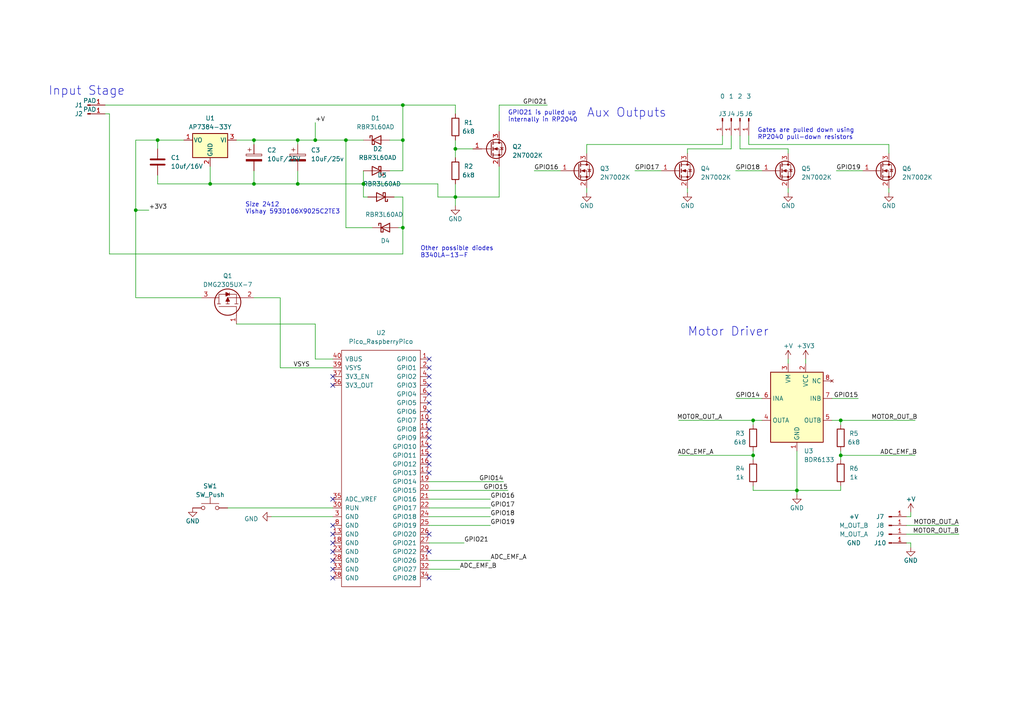
<source format=kicad_sch>
(kicad_sch (version 20230121) (generator eeschema)
  (paper "A4")
  (title_block (title "DCC Decoder 4 - modified PCB") (date "2025-01-20") (rev "4.0"))
  (lib_symbols
    (symbol "Connector:Conn_01x01_Male" (pin_names (offset 1.016) hide)
      (property "Reference" "J" (at 0 2.54 0))
      (property "Value" "Conn_01x01_Male" (at 0 -2.54 0))
      (symbol "Conn_01x01_Male_1_1"
        (polyline (pts (xy 1.27 0) (xy 0.8636 0)) (stroke (width 0.1524)))
        (rectangle (start 0.8636 0.127) (end 0 -0.127) (stroke (width 0.1524)) (fill (type outline)))
        (pin passive line (at 5.08 0 180) (length 3.81) (name "Pin_1") (number "1"))
      )
    )
    (symbol "Connector:Conn_01x01_Pin" (pin_names (offset 1.016) hide)
      (property "Reference" "J" (at 0 2.54 0))
      (property "Value" "Conn_01x01_Pin" (at 0 -2.54 0))
      (symbol "Conn_01x01_Pin_1_1"
        (polyline (pts (xy 1.27 0) (xy 0.8636 0)) (stroke (width 0.1524)))
        (rectangle (start 0.8636 0.127) (end 0 -0.127) (stroke (width 0.1524)) (fill (type outline)))
        (pin passive line (at 5.08 0 180) (length 3.81) (name "Pin_1") (number "1"))
      )
    )
    (symbol "DMG2305UX-7:DMG2305UX-7" (pin_names (offset 0.762))
      (property "Reference" "Q" (at 11.43 3.81 0))
      (property "Value" "DMG2305UX-7" (at 11.43 1.27 0))
      (symbol "DMG2305UX-7_0_0"
        (pin passive line (at 0 0 0) (length 2.54) (name "~") (number "1"))
        (pin passive line (at 7.62 -5.08 90) (length 2.54) (name "~") (number "2"))
        (pin passive line (at 7.62 10.16 270) (length 2.54) (name "~") (number "3"))
      )
      (symbol "DMG2305UX-7_0_1"
        (polyline (pts (xy 5.842 -0.508) (xy 5.842 0.508)) (stroke (width 0.1524)))
        (polyline (pts (xy 5.842 0) (xy 7.62 0)) (stroke (width 0.1524)))
        (polyline (pts (xy 5.842 2.032) (xy 5.842 3.048)) (stroke (width 0.1524)))
        (polyline (pts (xy 5.842 5.588) (xy 5.842 4.572)) (stroke (width 0.1524)))
        (polyline (pts (xy 7.62 2.54) (xy 5.842 2.54)) (stroke (width 0.1524)))
        (polyline (pts (xy 7.62 2.54) (xy 7.62 -2.54)) (stroke (width 0.1524)))
        (polyline (pts (xy 7.62 5.08) (xy 5.842 5.08)) (stroke (width 0.1524)))
        (polyline (pts (xy 7.62 5.08) (xy 7.62 7.62)) (stroke (width 0.1524)))
        (polyline (pts (xy 8.128 2.032) (xy 9.144 2.032)) (stroke (width 0.1524)))
        (polyline (pts (xy 2.54 0) (xy 5.08 0) (xy 5.08 5.08)) (stroke (width 0.1524)))
        (polyline (pts (xy 8.636 2.032) (xy 8.636 0) (xy 7.62 0)) (stroke (width 0.1524)))
        (polyline (pts (xy 8.636 3.048) (xy 8.636 5.08) (xy 7.62 5.08)) (stroke (width 0.1524)))
        (polyline (pts (xy 7.62 2.54) (xy 6.604 3.048) (xy 6.604 2.032) (xy 7.62 2.54)) (stroke (width 0.254)) (fill (type outline)))
        (polyline (pts (xy 8.636 2.032) (xy 8.128 3.048) (xy 9.144 3.048) (xy 8.636 2.032)) (stroke (width 0.254)) (fill (type outline)))
        (circle (center 6.35 2.54) (radius 3.81) (stroke (width 0.254)))
      )
    )
    (symbol "Device:C" (pin_numbers hide) (pin_names (offset 0.254))
      (property "Reference" "C" (at 0.635 2.54 0))
      (property "Value" "C" (at 0.635 -2.54 0))
      (symbol "C_0_1"
        (polyline (pts (xy -2.032 -0.762) (xy 2.032 -0.762)) (stroke (width 0.508)))
        (polyline (pts (xy -2.032 0.762) (xy 2.032 0.762)) (stroke (width 0.508)))
      )
      (symbol "C_1_1"
        (pin passive line (at 0 3.81 270) (length 2.794) (name "~") (number "1"))
        (pin passive line (at 0 -3.81 90) (length 2.794) (name "~") (number "2"))
      )
    )
    (symbol "Device:C_Polarized" (pin_numbers hide) (pin_names (offset 0.254))
      (property "Reference" "C" (at 0.635 2.54 0))
      (property "Value" "C_Polarized" (at 0.635 -2.54 0))
      (symbol "C_Polarized_0_1"
        (rectangle (start -2.286 0.508) (end 2.286 1.016))
        (polyline (pts (xy -1.778 2.286) (xy -0.762 2.286)))
        (polyline (pts (xy -1.27 2.794) (xy -1.27 1.778)))
        (rectangle (start 2.286 -0.508) (end -2.286 -1.016) (fill (type outline)))
      )
      (symbol "C_Polarized_1_1"
        (pin passive line (at 0 3.81 270) (length 2.794) (name "~") (number "1"))
        (pin passive line (at 0 -3.81 90) (length 2.794) (name "~") (number "2"))
      )
    )
    (symbol "Device:D_Schottky" (pin_numbers hide) (pin_names (offset 1.016) hide)
      (property "Reference" "D" (at 0 2.54 0))
      (property "Value" "D_Schottky" (at 0 -2.54 0))
      (symbol "D_Schottky_0_1"
        (polyline (pts (xy 1.27 0) (xy -1.27 0)))
        (polyline (pts (xy 1.27 1.27) (xy 1.27 -1.27) (xy -1.27 0) (xy 1.27 1.27)) (stroke (width 0.254)))
        (polyline (pts (xy -1.905 0.635) (xy -1.905 1.27) (xy -1.27 1.27) (xy -1.27 -1.27) (xy -0.635 -1.27) (xy -0.635 -0.635)) (stroke (width 0.254)))
      )
      (symbol "D_Schottky_1_1"
        (pin passive line (at -3.81 0 0) (length 2.54) (name "K") (number "1"))
        (pin passive line (at 3.81 0 180) (length 2.54) (name "A") (number "2"))
      )
    )
    (symbol "Device:R" (pin_numbers hide) (pin_names (offset 0))
      (property "Reference" "R" (at 2.032 0 90))
      (property "Value" "R" (at 0 0 90))
      (symbol "R_0_1"
        (rectangle (start -1.016 -2.54) (end 1.016 2.54) (stroke (width 0.254)))
      )
      (symbol "R_1_1"
        (pin passive line (at 0 3.81 270) (length 1.27) (name "~") (number "1"))
        (pin passive line (at 0 -3.81 90) (length 1.27) (name "~") (number "2"))
      )
    )
    (symbol "GND_1" (power) (pin_names (offset 0))
      (property "Value" "GND_1" (at 0 -3.81 0))
      (symbol "GND_1_0_1"
        (polyline (pts (xy 0 0) (xy 0 -1.27) (xy 1.27 -1.27) (xy 0 -2.54) (xy -1.27 -1.27) (xy 0 -1.27)))
      )
      (symbol "GND_1_1_1"
        (pin power_in line (at 0 0 270) (length 0) hide (name "GND") (number "1"))
      )
    )
    (symbol "PicoNoSwd:RaspberryPico-Pico" (pin_names (offset 1.016))
      (property "Reference" "U" (at -21.59 3.81 0))
      (property "Value" "Pico_RaspberryPico" (at -15.24 -67.31 0))
      (symbol "RaspberryPico-Pico_0_1"
        (rectangle (start -22.86 2.54) (end 0 -66.04))
      )
      (symbol "RaspberryPico-Pico_1_1"
        (pin bidirectional line (at 2.54 0 180) (length 2.54) (name "GPIO0") (number "1"))
        (pin bidirectional line (at 2.54 -17.78 180) (length 2.54) (name "GPIO7") (number "10"))
        (pin bidirectional line (at 2.54 -20.32 180) (length 2.54) (name "GPIO8") (number "11"))
        (pin bidirectional line (at 2.54 -22.86 180) (length 2.54) (name "GPIO9") (number "12"))
        (pin power_in line (at -25.4 -50.8 0) (length 2.54) (name "GND") (number "13"))
        (pin bidirectional line (at 2.54 -25.4 180) (length 2.54) (name "GPIO10") (number "14"))
        (pin bidirectional line (at 2.54 -27.94 180) (length 2.54) (name "GPIO11") (number "15"))
        (pin bidirectional line (at 2.54 -30.48 180) (length 2.54) (name "GPIO12") (number "16"))
        (pin bidirectional line (at 2.54 -33.02 180) (length 2.54) (name "GPIO13") (number "17"))
        (pin power_in line (at -25.4 -53.34 0) (length 2.54) (name "GND") (number "18"))
        (pin bidirectional line (at 2.54 -35.56 180) (length 2.54) (name "GPIO14") (number "19"))
        (pin bidirectional line (at 2.54 -2.54 180) (length 2.54) (name "GPIO1") (number "2"))
        (pin bidirectional line (at 2.54 -38.1 180) (length 2.54) (name "GPIO15") (number "20"))
        (pin bidirectional line (at 2.54 -40.64 180) (length 2.54) (name "GPIO16") (number "21"))
        (pin bidirectional line (at 2.54 -43.18 180) (length 2.54) (name "GPIO17") (number "22"))
        (pin power_in line (at -25.4 -55.88 0) (length 2.54) (name "GND") (number "23"))
        (pin bidirectional line (at 2.54 -45.72 180) (length 2.54) (name "GPIO18") (number "24"))
        (pin bidirectional line (at 2.54 -48.26 180) (length 2.54) (name "GPIO19") (number "25"))
        (pin bidirectional line (at 2.54 -50.8 180) (length 2.54) (name "GPIO20") (number "26"))
        (pin bidirectional line (at 2.54 -53.34 180) (length 2.54) (name "GPIO21") (number "27"))
        (pin power_in line (at -25.4 -58.42 0) (length 2.54) (name "GND") (number "28"))
        (pin bidirectional line (at 2.54 -55.88 180) (length 2.54) (name "GPIO22") (number "29"))
        (pin power_in line (at -25.4 -45.72 0) (length 2.54) (name "GND") (number "3"))
        (pin input line (at -25.4 -43.18 0) (length 2.54) (name "RUN") (number "30"))
        (pin bidirectional line (at 2.54 -58.42 180) (length 2.54) (name "GPIO26") (number "31"))
        (pin bidirectional line (at 2.54 -60.96 180) (length 2.54) (name "GPIO27") (number "32"))
        (pin power_in line (at -25.4 -60.96 0) (length 2.54) (name "GND") (number "33"))
        (pin bidirectional line (at 2.54 -63.5 180) (length 2.54) (name "GPIO28") (number "34"))
        (pin input line (at -25.4 -40.64 0) (length 2.54) (name "ADC_VREF") (number "35"))
        (pin power_out line (at -25.4 -7.62 0) (length 2.54) (name "3V3_OUT") (number "36"))
        (pin input line (at -25.4 -5.08 0) (length 2.54) (name "3V3_EN") (number "37"))
        (pin power_in line (at -25.4 -63.5 0) (length 2.54) (name "GND") (number "38"))
        (pin power_in line (at -25.4 -2.54 0) (length 2.54) (name "VSYS") (number "39"))
        (pin bidirectional line (at 2.54 -5.08 180) (length 2.54) (name "GPIO2") (number "4"))
        (pin power_in line (at -25.4 0 0) (length 2.54) (name "VBUS") (number "40"))
        (pin bidirectional line (at 2.54 -7.62 180) (length 2.54) (name "GPIO3") (number "5"))
        (pin bidirectional line (at 2.54 -10.16 180) (length 2.54) (name "GPIO4") (number "6"))
        (pin bidirectional line (at 2.54 -12.7 180) (length 2.54) (name "GPIO5") (number "7"))
        (pin power_in line (at -25.4 -48.26 0) (length 2.54) (name "GND") (number "8"))
        (pin bidirectional line (at 2.54 -15.24 180) (length 2.54) (name "GPIO6") (number "9"))
      )
    )
    (symbol "RP2040-Decoder_Additional_Symbols:+V" (power) (pin_names (offset 0))
      (property "Value" "+V" (at 0 3.556 0))
      (symbol "+V_0_1"
        (polyline (pts (xy -0.762 1.27) (xy 0 2.54)))
        (polyline (pts (xy 0 0) (xy 0 2.54)))
        (polyline (pts (xy 0 2.54) (xy 0.762 1.27)))
      )
      (symbol "+V_1_1"
        (pin power_in line (at 0 0 90) (length 0) hide (name "+V") (number "1"))
      )
    )
    (symbol "RP2040-Decoder_Additional_Symbols:BDR6133"
      (property "Reference" "U" (at 6.35 11.43 0))
      (property "Value" "BDR6133" (at -10.16 11.43 0))
      (symbol "BDR6133_0_1"
        (rectangle (start -7.62 10.16) (end 7.62 -10.16) (stroke (width 0.254)) (fill (type background)))
      )
      (symbol "BDR6133_1_1"
        (pin power_in line (at 0 -12.7 90) (length 2.54) (name "GND") (number "1"))
        (pin power_in line (at 2.54 12.7 270) (length 2.54) (name "VCC") (number "2"))
        (pin power_in line (at -2.54 12.7 270) (length 2.54) (name "VM") (number "3"))
        (pin output line (at -10.16 -3.81 0) (length 2.54) (name "OUTA") (number "4"))
        (pin output line (at 10.16 -3.81 180) (length 2.54) (name "OUTB") (number "5"))
        (pin input line (at -10.16 2.54 0) (length 2.54) (name "INA") (number "6"))
        (pin input line (at 10.16 2.54 180) (length 2.54) (name "INB") (number "7"))
        (pin no_connect line (at 10.16 7.62 180) (length 2.54) (name "NC") (number "8"))
        (pin passive line (at 0 -12.7 90) (length 2.54) hide (name "GND") (number "9"))
      )
    )
    (symbol "Regulator_Linear:AP7384-33Y" (pin_names (offset 0.254))
      (property "Reference" "U" (at -3.81 3.175 0))
      (property "Value" "AP7384-33Y" (at 0 3.175 0))
      (symbol "AP7384-33Y_0_1"
        (rectangle (start -5.08 1.905) (end 5.08 -5.08) (stroke (width 0.254)) (fill (type background)))
      )
      (symbol "AP7384-33Y_1_1"
        (pin power_out line (at 7.62 0 180) (length 2.54) (name "VO") (number "1"))
        (pin power_in line (at 0 -7.62 90) (length 2.54) (name "GND") (number "2"))
        (pin power_in line (at -7.62 0 0) (length 2.54) (name "VI") (number "3"))
      )
    )
    (symbol "Switch:SW_Push" (pin_numbers hide) (pin_names (offset 1.016) hide)
      (property "Reference" "SW" (at 1.27 2.54 0))
      (property "Value" "SW_Push" (at 0 -1.524 0))
      (symbol "SW_Push_0_1"
        (circle (center -2.032 0) (radius 0.508))
        (polyline (pts (xy 0 1.27) (xy 0 3.048)))
        (polyline (pts (xy 2.54 1.27) (xy -2.54 1.27)))
        (circle (center 2.032 0) (radius 0.508))
        (pin passive line (at -5.08 0 0) (length 2.54) (name "1") (number "1"))
        (pin passive line (at 5.08 0 180) (length 2.54) (name "2") (number "2"))
      )
    )
    (symbol "Transistor_FET:2N7002K" (pin_names hide)
      (property "Reference" "Q" (at 5.08 1.905 0))
      (property "Value" "2N7002K" (at 5.08 0 0))
      (symbol "2N7002K_0_1"
        (polyline (pts (xy 0.254 0) (xy -2.54 0)))
        (polyline (pts (xy 0.254 1.905) (xy 0.254 -1.905)) (stroke (width 0.254)))
        (polyline (pts (xy 0.762 -1.27) (xy 0.762 -2.286)) (stroke (width 0.254)))
        (polyline (pts (xy 0.762 0.508) (xy 0.762 -0.508)) (stroke (width 0.254)))
        (polyline (pts (xy 0.762 2.286) (xy 0.762 1.27)) (stroke (width 0.254)))
        (polyline (pts (xy 2.54 2.54) (xy 2.54 1.778)))
        (polyline (pts (xy 2.54 -2.54) (xy 2.54 0) (xy 0.762 0)))
        (polyline (pts (xy 0.762 -1.778) (xy 3.302 -1.778) (xy 3.302 1.778) (xy 0.762 1.778)))
        (polyline (pts (xy 1.016 0) (xy 2.032 0.381) (xy 2.032 -0.381) (xy 1.016 0)) (fill (type outline)))
        (polyline (pts (xy 2.794 0.508) (xy 2.921 0.381) (xy 3.683 0.381) (xy 3.81 0.254)))
        (polyline (pts (xy 3.302 0.381) (xy 2.921 -0.254) (xy 3.683 -0.254) (xy 3.302 0.381)))
        (circle (center 1.651 0) (radius 2.794) (stroke (width 0.254)))
        (circle (center 2.54 -1.778) (radius 0.254) (fill (type outline)))
        (circle (center 2.54 1.778) (radius 0.254) (fill (type outline)))
      )
      (symbol "2N7002K_1_1"
        (pin input line (at -5.08 0 0) (length 2.54) (name "G") (number "1"))
        (pin passive line (at 2.54 -5.08 90) (length 2.54) (name "S") (number "2"))
        (pin passive line (at 2.54 5.08 270) (length 2.54) (name "D") (number "3"))
      )
    )
    (symbol "power:+3V3" (power) (pin_names (offset 0))
      (property "Value" "+3V3" (at 0 3.556 0))
      (symbol "+3V3_0_1"
        (polyline (pts (xy -0.762 1.27) (xy 0 2.54)))
        (polyline (pts (xy 0 0) (xy 0 2.54)))
        (polyline (pts (xy 0 2.54) (xy 0.762 1.27)))
      )
      (symbol "+3V3_1_1"
        (pin power_in line (at 0 0 90) (length 0) hide (name "+3V3") (number "1"))
      )
    )
    (symbol "power:GND" (power) (pin_names (offset 0))
      (property "Value" "GND" (at 0 -3.81 0))
      (symbol "GND_0_1"
        (polyline (pts (xy 0 0) (xy 0 -1.27) (xy 1.27 -1.27) (xy 0 -2.54) (xy -1.27 -1.27) (xy 0 -1.27)))
      )
      (symbol "GND_1_1"
        (pin power_in line (at 0 0 270) (length 0) hide (name "GND") (number "1"))
      )
    )
  )
  (junction (at 116.84 66.04))
  (junction (at 86.36 40.64))
  (junction (at 105.41 53.34))
  (junction (at 45.72 40.64))
  (junction (at 218.44 121.92))
  (junction (at 91.44 40.64))
  (junction (at 132.08 57.15))
  (junction (at 86.36 53.34))
  (junction (at 218.44 132.08))
  (junction (at 73.66 53.34))
  (junction (at 116.84 40.64))
  (junction (at 243.84 121.92))
  (junction (at 60.96 53.34))
  (junction (at 116.84 30.48))
  (junction (at 73.66 40.64))
  (junction (at 100.33 40.64))
  (junction (at 132.08 43.18))
  (junction (at 39.37 60.96))
  (junction (at 243.84 132.08))
  (junction (at 231.14 142.24))
  (no_connect (at 96.52 111.76))
  (no_connect (at 96.52 157.48))
  (no_connect (at 124.46 127))
  (no_connect (at 124.46 129.54))
  (no_connect (at 96.52 165.1))
  (no_connect (at 124.46 119.38))
  (no_connect (at 124.46 167.64))
  (no_connect (at 124.46 109.22))
  (no_connect (at 124.46 137.16))
  (no_connect (at 124.46 104.14))
  (no_connect (at 96.52 109.22))
  (no_connect (at 124.46 116.84))
  (no_connect (at 124.46 111.76))
  (no_connect (at 96.52 154.94))
  (no_connect (at 96.52 160.02))
  (no_connect (at 124.46 124.46))
  (no_connect (at 124.46 114.3))
  (no_connect (at 124.46 106.68))
  (no_connect (at 124.46 134.62))
  (no_connect (at 124.46 154.94))
  (no_connect (at 96.52 167.64))
  (no_connect (at 124.46 121.92))
  (no_connect (at 124.46 132.08))
  (no_connect (at 96.52 144.78))
  (no_connect (at 124.46 160.02))
  (no_connect (at 96.52 162.56))
  (no_connect (at 96.52 152.4))
  (wire (pts (xy 86.36 40.64) (xy 91.44 40.64)))
  (wire (pts (xy 214.63 39.37) (xy 214.63 43.18)))
  (wire (pts (xy 100.33 66.04) (xy 107.95 66.04)))
  (wire (pts (xy 60.96 53.34) (xy 73.66 53.34)))
  (wire (pts (xy 86.36 53.34) (xy 105.41 53.34)))
  (wire (pts (xy 199.39 44.45) (xy 199.39 43.18)))
  (wire (pts (xy 116.84 30.48) (xy 116.84 40.64)))
  (wire (pts (xy 213.36 49.53) (xy 220.98 49.53)))
  (wire (pts (xy 196.85 132.08) (xy 218.44 132.08)))
  (wire (pts (xy 264.16 157.48) (xy 264.16 158.75)))
  (wire (pts (xy 243.84 132.08) (xy 243.84 133.35)))
  (wire (pts (xy 45.72 40.64) (xy 45.72 43.18)))
  (wire (pts (xy 233.68 104.14) (xy 233.68 105.41)))
  (wire (pts (xy 132.08 30.48) (xy 132.08 33.02)))
  (wire (pts (xy 218.44 121.92) (xy 220.98 121.92)))
  (wire (pts (xy 116.84 30.48) (xy 132.08 30.48)))
  (wire (pts (xy 154.94 49.53) (xy 162.56 49.53)))
  (wire (pts (xy 68.58 93.98) (xy 91.44 93.98)))
  (wire (pts (xy 144.78 48.26) (xy 144.78 57.15)))
  (wire (pts (xy 91.44 40.64) (xy 100.33 40.64)))
  (wire (pts (xy 127 53.34) (xy 127 57.15)))
  (wire (pts (xy 218.44 132.08) (xy 218.44 130.81)))
  (wire (pts (xy 96.52 147.32) (xy 66.04 147.32)))
  (wire (pts (xy 218.44 140.97) (xy 218.44 142.24)))
  (wire (pts (xy 81.28 86.36) (xy 81.28 106.68)))
  (wire (pts (xy 278.13 154.94) (xy 262.89 154.94)))
  (wire (pts (xy 124.46 157.48) (xy 134.62 157.48)))
  (wire (pts (xy 39.37 40.64) (xy 39.37 60.96)))
  (wire (pts (xy 31.75 73.66) (xy 116.84 73.66)))
  (wire (pts (xy 132.08 57.15) (xy 132.08 59.69)))
  (wire (pts (xy 231.14 130.81) (xy 231.14 142.24)))
  (wire (pts (xy 68.58 40.64) (xy 73.66 40.64)))
  (wire (pts (xy 199.39 54.61) (xy 199.39 55.88)))
  (wire (pts (xy 124.46 144.78) (xy 142.24 144.78)))
  (wire (pts (xy 214.63 43.18) (xy 228.6 43.18)))
  (wire (pts (xy 116.84 66.04) (xy 115.57 66.04)))
  (wire (pts (xy 73.66 49.53) (xy 73.66 53.34)))
  (wire (pts (xy 73.66 40.64) (xy 73.66 41.91)))
  (wire (pts (xy 132.08 43.18) (xy 132.08 45.72)))
  (wire (pts (xy 124.46 142.24) (xy 147.32 142.24)))
  (wire (pts (xy 124.46 149.86) (xy 142.24 149.86)))
  (wire (pts (xy 45.72 53.34) (xy 45.72 50.8)))
  (wire (pts (xy 231.14 142.24) (xy 218.44 142.24)))
  (wire (pts (xy 264.16 149.86) (xy 262.89 149.86)))
  (wire (pts (xy 243.84 123.19) (xy 243.84 121.92)))
  (wire (pts (xy 73.66 86.36) (xy 81.28 86.36)))
  (wire (pts (xy 100.33 40.64) (xy 105.41 40.64)))
  (wire (pts (xy 30.48 30.48) (xy 116.84 30.48)))
  (wire (pts (xy 199.39 43.18) (xy 212.09 43.18)))
  (wire (pts (xy 124.46 165.1) (xy 133.35 165.1)))
  (wire (pts (xy 60.96 53.34) (xy 45.72 53.34)))
  (wire (pts (xy 91.44 104.14) (xy 96.52 104.14)))
  (wire (pts (xy 212.09 39.37) (xy 212.09 43.18)))
  (wire (pts (xy 144.78 30.48) (xy 144.78 38.1)))
  (wire (pts (xy 213.36 115.57) (xy 220.98 115.57)))
  (wire (pts (xy 39.37 60.96) (xy 39.37 86.36)))
  (wire (pts (xy 243.84 121.92) (xy 241.3 121.92)))
  (wire (pts (xy 60.96 48.26) (xy 60.96 53.34)))
  (wire (pts (xy 184.15 49.53) (xy 191.77 49.53)))
  (wire (pts (xy 86.36 49.53) (xy 86.36 53.34)))
  (wire (pts (xy 231.14 142.24) (xy 243.84 142.24)))
  (wire (pts (xy 39.37 40.64) (xy 45.72 40.64)))
  (wire (pts (xy 278.13 152.4) (xy 262.89 152.4)))
  (wire (pts (xy 243.84 140.97) (xy 243.84 142.24)))
  (wire (pts (xy 264.16 148.59) (xy 264.16 149.86)))
  (wire (pts (xy 262.89 157.48) (xy 264.16 157.48)))
  (wire (pts (xy 91.44 35.56) (xy 91.44 40.64)))
  (wire (pts (xy 116.84 57.15) (xy 114.3 57.15)))
  (wire (pts (xy 132.08 40.64) (xy 132.08 43.18)))
  (wire (pts (xy 231.14 142.24) (xy 231.14 143.51)))
  (wire (pts (xy 144.78 30.48) (xy 158.75 30.48)))
  (wire (pts (xy 105.41 49.53) (xy 105.41 53.34)))
  (wire (pts (xy 132.08 43.18) (xy 137.16 43.18)))
  (wire (pts (xy 105.41 53.34) (xy 127 53.34)))
  (wire (pts (xy 228.6 54.61) (xy 228.6 55.88)))
  (wire (pts (xy 217.17 39.37) (xy 217.17 41.91)))
  (wire (pts (xy 218.44 123.19) (xy 218.44 121.92)))
  (wire (pts (xy 116.84 40.64) (xy 113.03 40.64)))
  (wire (pts (xy 132.08 53.34) (xy 132.08 57.15)))
  (wire (pts (xy 218.44 133.35) (xy 218.44 132.08)))
  (wire (pts (xy 124.46 139.7) (xy 146.05 139.7)))
  (wire (pts (xy 257.81 41.91) (xy 257.81 44.45)))
  (wire (pts (xy 243.84 121.92) (xy 265.43 121.92)))
  (wire (pts (xy 170.18 41.91) (xy 170.18 44.45)))
  (wire (pts (xy 39.37 86.36) (xy 58.42 86.36)))
  (wire (pts (xy 243.84 132.08) (xy 243.84 130.81)))
  (wire (pts (xy 45.72 40.64) (xy 53.34 40.64)))
  (wire (pts (xy 91.44 93.98) (xy 91.44 104.14)))
  (wire (pts (xy 217.17 41.91) (xy 257.81 41.91)))
  (wire (pts (xy 243.84 132.08) (xy 265.43 132.08)))
  (wire (pts (xy 105.41 53.34) (xy 105.41 57.15)))
  (wire (pts (xy 116.84 66.04) (xy 116.84 57.15)))
  (wire (pts (xy 31.75 73.66) (xy 31.75 33.02)))
  (wire (pts (xy 127 57.15) (xy 132.08 57.15)))
  (wire (pts (xy 196.85 121.92) (xy 218.44 121.92)))
  (wire (pts (xy 105.41 57.15) (xy 106.68 57.15)))
  (wire (pts (xy 116.84 40.64) (xy 116.84 49.53)))
  (wire (pts (xy 124.46 162.56) (xy 142.24 162.56)))
  (wire (pts (xy 39.37 60.96) (xy 43.18 60.96)))
  (wire (pts (xy 257.81 54.61) (xy 257.81 55.88)))
  (wire (pts (xy 228.6 43.18) (xy 228.6 44.45)))
  (wire (pts (xy 100.33 40.64) (xy 100.33 66.04)))
  (wire (pts (xy 241.3 115.57) (xy 248.92 115.57)))
  (wire (pts (xy 124.46 147.32) (xy 142.24 147.32)))
  (wire (pts (xy 81.28 106.68) (xy 96.52 106.68)))
  (wire (pts (xy 73.66 53.34) (xy 86.36 53.34)))
  (wire (pts (xy 209.55 41.91) (xy 170.18 41.91)))
  (wire (pts (xy 73.66 40.64) (xy 86.36 40.64)))
  (wire (pts (xy 86.36 40.64) (xy 86.36 41.91)))
  (wire (pts (xy 116.84 49.53) (xy 113.03 49.53)))
  (wire (pts (xy 228.6 104.14) (xy 228.6 105.41)))
  (wire (pts (xy 116.84 73.66) (xy 116.84 66.04)))
  (wire (pts (xy 170.18 54.61) (xy 170.18 55.88)))
  (wire (pts (xy 31.75 33.02) (xy 30.48 33.02)))
  (wire (pts (xy 242.57 49.53) (xy 250.19 49.53)))
  (wire (pts (xy 132.08 57.15) (xy 144.78 57.15)))
  (wire (pts (xy 209.55 39.37) (xy 209.55 41.91)))
  (wire (pts (xy 96.52 149.86) (xy 78.74 149.86)))
  (wire (pts (xy 124.46 152.4) (xy 142.24 152.4)))
  (text "Size 2412\nVishay 593D106X9025C2TE3" (at 71.12 62.23 0) (effects (font (size 1.27 1.27)) (justify left bottom)))
  (text "GPIO21 is pulled up\ninternally in RP2040" (at 147.32 35.56 0) (effects (font (size 1.27 1.27)) (justify left bottom)))
  (text "Other possible diodes\nB340LA-13-F" (at 121.92 74.93 0) (effects (font (size 1.27 1.27)) (justify left bottom)))
  (text "Input Stage" (at 13.97 27.94 0) (effects (font (size 2.54 2.54)) (justify left bottom)))
  (text "Motor Driver" (at 199.39 97.79 0) (effects (font (size 2.54 2.54)) (justify left bottom)))
  (text "Aux Outputs" (at 170.18 34.29 0) (effects (font (size 2.54 2.54)) (justify left bottom)))
  (text "Gates are pulled down using\nRP2040 pull-down resistors" (at 219.71 40.64 0) (effects (font (size 1.27 1.27)) (justify left bottom)))
  (label "MOTOR_OUT_A" (at 278.13 152.4 180))
  (label "GPIO14" (at 213.36 115.57 0))
  (label "GPIO16" (at 142.24 144.78 0))
  (label "GPIO17" (at 184.15 49.53 0))
  (label "MOTOR_OUT_A" (at 209.55 121.92 180))
  (label "GPIO17" (at 142.24 147.32 0))
  (label "ADC_EMF_A" (at 142.24 162.56 0))
  (label "MOTOR_OUT_B" (at 252.73 121.92 0))
  (label "GPIO18" (at 142.24 149.86 0))
  (label "GPIO15" (at 248.92 115.57 180))
  (label "+V" (at 91.44 35.56 0))
  (label "GPIO18" (at 213.36 49.53 0))
  (label "GPIO19" (at 242.57 49.53 0))
  (label "GPIO21" (at 158.75 30.48 180))
  (label "ADC_EMF_A" (at 207.01 132.08 180))
  (label "+3V3" (at 43.18 60.96 0))
  (label "GPIO15" (at 147.32 142.24 180))
  (label "ADC_EMF_B" (at 133.35 165.1 0))
  (label "GPIO14" (at 146.05 139.7 180))
  (label "GPIO16" (at 154.94 49.53 0))
  (label "GPIO21" (at 134.62 157.48 0))
  (label "MOTOR_OUT_B" (at 278.13 154.94 180))
  (label "VSYS" (at 85.09 106.68 0))
  (label "GPIO19" (at 142.24 152.4 0))
  (label "ADC_EMF_B" (at 255.27 132.08 0))
  (symbol (lib_id "Device:R") (at 218.44 127 180) (unit 1)
    (property "Reference" "R3" (at 214.63 125.73 0))
    (property "Value" "6k8" (at 214.63 128.27 0))
    (property "Footprint" "Resistor_SMD:R_0805_2012Metric_Pad1.20x1.40mm_HandSolder" (effects hide))
  )
  (symbol (lib_id "Device:D_Schottky") (at 109.22 49.53 180) (unit 1)
    (property "Reference" "D2" (at 109.5375 43.18 0))
    (property "Value" "RBR3L60AD" (at 109.5375 45.72 0))
    (property "Footprint" "Diode_SMD:D_SMA_Handsoldering" (effects hide))
  )
  (symbol (lib_id "RP2040-Decoder_Additional_Symbols:BDR6133") (at 231.14 118.11 0) (unit 1)
    (property "Reference" "U3" (at 233.1594 130.81 0) (effects (justify left)))
    (property "Value" "BDR6133" (at 233.1594 133.35 0) (effects (justify left)))
    (property "Footprint" "RP2040-Decoder_Additional_Footprints:SOIC-8-1EP_3.9x4.9mm_P1.27mm_EP2.41x3.3mm_ThermalVias" (effects hide))
    (property "Datasheet" "https://datasheet.lcsc.com/lcsc/2101211904_Bardeen-Micro--BDR6133_C2687793.pdf" (effects hide))
  )
  (symbol (lib_id "Device:D_Schottky") (at 111.76 66.04 0) (unit 1)
    (property "Reference" "D4" (at 111.76 69.85 0))
    (property "Value" "RBR3L60AD" (at 111.4425 62.23 0))
    (property "Footprint" "Diode_SMD:D_SMA_Handsoldering" (effects hide))
  )
  (symbol (lib_id "power:GND") (at 132.08 59.69 0) (mirror y) (unit 1)
    (property "Reference" "#PWR03" (effects hide))
    (property "Value" "GND" (at 132.08 63.5 0))
  )
  (symbol (lib_id "Connector:Conn_01x01_Male") (at 257.81 157.48 0) (unit 1)
    (property "Reference" "J10" (at 255.27 157.48 0))
    (property "Value" "GND" (at 247.65 157.48 0))
    (property "Footprint" "TestPoint:TestPoint_Pad_2.5x2.5mm" (effects hide))
  )
  (symbol (lib_name "GND_1") (lib_id "power:GND") (at 78.74 149.86 270) (mirror x) (unit 1)
    (property "Reference" "#PWR02" (effects hide))
    (property "Value" "GND" (at 74.93 150.495 90) (effects (justify right)))
  )
  (symbol (lib_id "Transistor_FET:2N7002K") (at 142.24 43.18 0) (unit 1)
    (property "Reference" "Q2" (at 148.59 42.545 0) (effects (justify left)))
    (property "Value" "2N7002K" (at 148.59 45.085 0) (effects (justify left)))
    (property "Footprint" "Package_TO_SOT_SMD:SOT-23_Handsoldering" (effects hide))
    (property "Datasheet" "https://www.diodes.com/assets/Datasheets/ds30896.pdf" (effects hide))
  )
  (symbol (lib_id "Device:D_Schottky") (at 110.49 57.15 180) (unit 1)
    (property "Reference" "D3" (at 110.8075 50.8 0))
    (property "Value" "RBR3L60AD" (at 110.8075 53.34 0))
    (property "Footprint" "Diode_SMD:D_SMA_Handsoldering" (effects hide))
  )
  (symbol (lib_id "Device:R") (at 243.84 137.16 180) (unit 1)
    (property "Reference" "R6" (at 247.65 135.89 0))
    (property "Value" "1k" (at 247.65 138.43 0))
    (property "Footprint" "Resistor_SMD:R_0805_2012Metric_Pad1.20x1.40mm_HandSolder" (effects hide))
  )
  (symbol (lib_id "power:+3V3") (at 233.68 104.14 0) (mirror y) (unit 1)
    (property "Reference" "#PWR09" (effects hide))
    (property "Value" "+3V3" (at 233.68 100.33 0))
  )
  (symbol (lib_id "power:GND") (at 264.16 158.75 0) (mirror y) (unit 1)
    (property "Reference" "#PWR012" (effects hide))
    (property "Value" "GND" (at 264.16 162.56 0))
  )
  (symbol (lib_id "RP2040-Decoder_Additional_Symbols:+V") (at 228.6 104.14 0) (unit 1)
    (property "Reference" "#PWR07" (effects hide))
    (property "Value" "+V" (at 228.6 100.33 0))
  )
  (symbol (lib_id "Connector:Conn_01x01_Male") (at 257.81 154.94 0) (unit 1)
    (property "Reference" "J9" (at 255.27 154.94 0))
    (property "Value" "M_OUT_A" (at 247.65 154.94 0))
    (property "Footprint" "TestPoint:TestPoint_Pad_2.5x2.5mm" (effects hide))
  )
  (symbol (lib_id "Transistor_FET:2N7002K") (at 167.64 49.53 0) (unit 1)
    (property "Reference" "Q3" (at 173.99 48.895 0) (effects (justify left)))
    (property "Value" "2N7002K" (at 173.99 51.435 0) (effects (justify left)))
    (property "Footprint" "Package_TO_SOT_SMD:SOT-23_Handsoldering" (effects hide))
    (property "Datasheet" "https://www.diodes.com/assets/Datasheets/ds30896.pdf" (effects hide))
  )
  (symbol (lib_id "PicoNoSwd:RaspberryPico-Pico") (at 121.92 104.14 0) (unit 1)
    (property "Reference" "U2" (at 110.49 96.52 0))
    (property "Value" "Pico_RaspberryPico" (at 110.49 99.06 0))
    (property "Footprint" "PicoNoSwd:RaspberryPico_TH_NoSWD" (effects hide))
  )
  (symbol (lib_id "Connector:Conn_01x01_Male") (at 257.81 149.86 0) (unit 1)
    (property "Reference" "J7" (at 255.27 149.86 0))
    (property "Value" "+V" (at 247.65 149.86 0))
    (property "Footprint" "TestPoint:TestPoint_Pad_2.5x2.5mm" (effects hide))
  )
  (symbol (lib_id "Device:R") (at 132.08 36.83 180) (unit 1)
    (property "Reference" "R1" (at 135.89 35.56 0))
    (property "Value" "6k8" (at 135.89 38.1 0))
    (property "Footprint" "Resistor_SMD:R_0805_2012Metric_Pad1.20x1.40mm_HandSolder" (effects hide))
  )
  (symbol (lib_id "power:GND") (at 170.18 55.88 0) (unit 1)
    (property "Reference" "#PWR04" (effects hide))
    (property "Value" "GND" (at 170.18 59.69 0))
  )
  (symbol (lib_id "RP2040-Decoder_Additional_Symbols:+V") (at 264.16 148.59 0) (unit 1)
    (property "Reference" "#PWR011" (effects hide))
    (property "Value" "+V" (at 264.16 144.78 0))
  )
  (symbol (lib_id "Connector:Conn_01x01_Male") (at 257.81 152.4 0) (unit 1)
    (property "Reference" "J8" (at 255.27 152.4 0))
    (property "Value" "M_OUT_B" (at 247.65 152.4 0))
    (property "Footprint" "TestPoint:TestPoint_Pad_2.5x2.5mm" (effects hide))
  )
  (symbol (lib_id "Transistor_FET:2N7002K") (at 226.06 49.53 0) (unit 1)
    (property "Reference" "Q5" (at 232.41 48.895 0) (effects (justify left)))
    (property "Value" "2N7002K" (at 232.41 51.435 0) (effects (justify left)))
    (property "Footprint" "Package_TO_SOT_SMD:SOT-23_Handsoldering" (effects hide))
    (property "Datasheet" "https://www.diodes.com/assets/Datasheets/ds30896.pdf" (effects hide))
  )
  (symbol (lib_id "Device:R") (at 218.44 137.16 180) (unit 1)
    (property "Reference" "R4" (at 214.63 135.89 0))
    (property "Value" "1k" (at 214.63 138.43 0))
    (property "Footprint" "Resistor_SMD:R_0805_2012Metric_Pad1.20x1.40mm_HandSolder" (effects hide))
  )
  (symbol (lib_id "Device:R") (at 243.84 127 180) (unit 1)
    (property "Reference" "R5" (at 247.65 125.73 0))
    (property "Value" "6k8" (at 247.65 128.27 0))
    (property "Footprint" "Resistor_SMD:R_0805_2012Metric_Pad1.20x1.40mm_HandSolder" (effects hide))
  )
  (symbol (lib_id "Regulator_Linear:AP7384-33Y") (at 60.96 40.64 0) (mirror y) (unit 1)
    (property "Reference" "U1" (at 60.96 34.29 0))
    (property "Value" "AP7384-33Y" (at 60.96 36.83 0))
    (property "Footprint" "Package_TO_SOT_SMD:SOT-89-3_Handsoldering" (effects hide))
    (property "Datasheet" "https://www.diodes.com/assets/Datasheets/AP7384.pdf" (effects hide))
  )
  (symbol (lib_id "Device:R") (at 132.08 49.53 180) (unit 1)
    (property "Reference" "R2" (at 135.89 48.26 0))
    (property "Value" "6k8" (at 135.89 50.8 0))
    (property "Footprint" "Resistor_SMD:R_0805_2012Metric_Pad1.20x1.40mm_HandSolder" (effects hide))
  )
  (symbol (lib_id "Transistor_FET:2N7002K") (at 196.85 49.53 0) (unit 1)
    (property "Reference" "Q4" (at 203.2 48.895 0) (effects (justify left)))
    (property "Value" "2N7002K" (at 203.2 51.435 0) (effects (justify left)))
    (property "Footprint" "Package_TO_SOT_SMD:SOT-23_Handsoldering" (effects hide))
    (property "Datasheet" "https://www.diodes.com/assets/Datasheets/ds30896.pdf" (effects hide))
  )
  (symbol (lib_id "Connector:Conn_01x01_Pin") (at 25.4 33.02 0) (unit 1)
    (property "Reference" "J2" (at 22.86 33.02 0))
    (property "Value" "PAD" (at 26.035 31.75 0))
    (property "Footprint" "TestPoint:TestPoint_Pad_2.5x2.5mm" (effects hide))
  )
  (symbol (lib_id "Switch:SW_Push") (at 60.96 147.32 0) (mirror y) (unit 1)
    (property "Reference" "SW1" (at 60.96 140.97 0))
    (property "Value" "SW_Push" (at 60.96 143.51 0))
    (property "Footprint" "Button_Switch_SMD:SW_Tactile_SPST_NO_Straight_CK_PTS636Sx25SMTRLFS" (effects hide))
  )
  (symbol (lib_id "Connector:Conn_01x01_Male") (at 214.63 34.29 270) (unit 1)
    (property "Reference" "J5" (at 214.63 33.02 90))
    (property "Value" "2" (at 214.63 27.94 90))
    (property "Footprint" "TestPoint:TestPoint_Pad_2.5x2.5mm" (effects hide))
  )
  (symbol (lib_id "Device:D_Schottky") (at 109.22 40.64 0) (unit 1)
    (property "Reference" "D1" (at 108.9025 34.29 0))
    (property "Value" "RBR3L60AD" (at 108.9025 36.83 0))
    (property "Footprint" "Diode_SMD:D_SMA_Handsoldering" (effects hide))
  )
  (symbol (lib_id "Connector:Conn_01x01_Male") (at 209.55 34.29 270) (unit 1)
    (property "Reference" "J3" (at 209.55 33.02 90))
    (property "Value" "0" (at 209.55 27.94 90))
    (property "Footprint" "TestPoint:TestPoint_Pad_2.5x2.5mm" (effects hide))
  )
  (symbol (lib_id "power:GND") (at 55.88 147.32 0) (mirror y) (unit 1)
    (property "Reference" "#PWR01" (effects hide))
    (property "Value" "GND" (at 55.88 151.13 0))
  )
  (symbol (lib_id "power:GND") (at 257.81 55.88 0) (unit 1)
    (property "Reference" "#PWR010" (effects hide))
    (property "Value" "GND" (at 257.81 59.69 0))
  )
  (symbol (lib_id "power:GND") (at 199.39 55.88 0) (unit 1)
    (property "Reference" "#PWR05" (effects hide))
    (property "Value" "GND" (at 199.39 59.69 0))
  )
  (symbol (lib_id "Device:C") (at 45.72 46.99 0) (unit 1)
    (property "Reference" "C1" (at 49.53 45.72 0) (effects (justify left)))
    (property "Value" "10uf/16V" (at 49.53 48.26 0) (effects (justify left)))
    (property "Footprint" "Capacitor_SMD:C_1206_3216Metric_Pad1.33x1.80mm_HandSolder" (effects hide))
  )
  (symbol (lib_id "Connector:Conn_01x01_Male") (at 217.17 34.29 270) (unit 1)
    (property "Reference" "J6" (at 217.17 33.02 90))
    (property "Value" "3" (at 217.17 27.94 90))
    (property "Footprint" "TestPoint:TestPoint_Pad_2.5x2.5mm" (effects hide))
  )
  (symbol (lib_id "power:GND") (at 228.6 55.88 0) (unit 1)
    (property "Reference" "#PWR06" (effects hide))
    (property "Value" "GND" (at 228.6 59.69 0))
  )
  (symbol (lib_id "Connector:Conn_01x01_Male") (at 212.09 34.29 270) (unit 1)
    (property "Reference" "J4" (at 212.09 33.02 90))
    (property "Value" "1" (at 212.09 27.94 90))
    (property "Footprint" "TestPoint:TestPoint_Pad_2.5x2.5mm" (effects hide))
  )
  (symbol (lib_id "DMG2305UX-7:DMG2305UX-7") (at 68.58 93.98 90) (unit 1)
    (property "Reference" "Q1" (at 66.04 80.01 90))
    (property "Value" "DMG2305UX-7" (at 66.04 82.55 90))
    (property "Footprint" "SOT96P240X110-3N" (effects hide))
    (property "Datasheet" "https://www.diodes.com/assets/Datasheets/DMG2305UX.pdf" (effects hide))
    (property "Description" "MOSFET P-Ch 20V 5A Enhancement SOT23 Diodes Inc DMG2305UX-7 P-channel MOSFET Transistor, -3.3 A, -20 V, 3-Pin SOT-23" (effects hide))
    (property "Height" "1.1" (effects hide))
    (property "Mouser Part Number" "621-DMG2305UX-7" (effects hide))
    (property "Mouser Price/Stock" "https://www.mouser.co.uk/ProductDetail/Diodes-Incorporated/DMG2305UX-7?qs=L1DZKBg7t5F%2FNBHrjfxC%252Bg%3D%3D" (effects hide))
    (property "Manufacturer_Name" "Diodes Inc." (effects hide))
    (property "Manufacturer_Part_Number" "DMG2305UX-7" (effects hide))
  )
  (symbol (lib_id "Transistor_FET:2N7002K") (at 255.27 49.53 0) (unit 1)
    (property "Reference" "Q6" (at 261.62 48.895 0) (effects (justify left)))
    (property "Value" "2N7002K" (at 261.62 51.435 0) (effects (justify left)))
    (property "Footprint" "Package_TO_SOT_SMD:SOT-23_Handsoldering" (effects hide))
    (property "Datasheet" "https://www.diodes.com/assets/Datasheets/ds30896.pdf" (effects hide))
  )
  (symbol (lib_id "Device:C_Polarized") (at 86.36 45.72 0) (unit 1)
    (property "Reference" "C3" (at 90.17 43.561 0) (effects (justify left)))
    (property "Value" "10uF/25v" (at 90.17 46.101 0) (effects (justify left)))
    (property "Footprint" "Capacitor_Tantalum_SMD:CP_EIA-6032-20_AVX-F_Pad2.25x2.35mm_HandSolder" (effects hide))
  )
  (symbol (lib_id "Device:C_Polarized") (at 73.66 45.72 0) (unit 1)
    (property "Reference" "C2" (at 77.47 43.561 0) (effects (justify left)))
    (property "Value" "10uF/25V" (at 77.47 46.101 0) (effects (justify left)))
    (property "Footprint" "Capacitor_Tantalum_SMD:CP_EIA-6032-20_AVX-F_Pad2.25x2.35mm_HandSolder" (effects hide))
  )
  (symbol (lib_id "power:GND") (at 231.14 143.51 0) (unit 1)
    (property "Reference" "#PWR08" (effects hide))
    (property "Value" "GND" (at 231.14 147.32 0))
  )
  (symbol (lib_id "Connector:Conn_01x01_Pin") (at 25.4 30.48 0) (unit 1)
    (property "Reference" "J1" (at 22.86 30.48 0))
    (property "Value" "PAD" (at 26.035 29.21 0))
    (property "Footprint" "TestPoint:TestPoint_Pad_2.5x2.5mm" (effects hide))
  )
)
</source>
